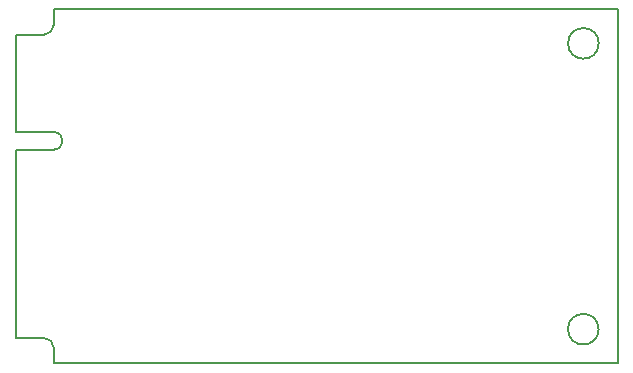
<source format=gm1>
G04*
G04 #@! TF.GenerationSoftware,Altium Limited,Altium Designer,19.0.4 (130)*
G04*
G04 Layer_Color=16711935*
%FSLAX25Y25*%
%MOIN*%
G70*
G01*
G75*
%ADD87C,0.00500*%
D87*
X12601Y5286D02*
G03*
X9451Y8435I-3150J0D01*
G01*
Y109616D02*
G03*
X12601Y112766I0J3150D01*
G01*
X12601Y71254D02*
G03*
X12787Y77108I17J2929D01*
G01*
X194248Y11391D02*
G03*
X194248Y11391I-5104J0D01*
G01*
X194280Y106664D02*
G03*
X194280Y106664I-5104J0D01*
G01*
X21Y109616D02*
X9451D01*
X21Y77108D02*
Y109616D01*
Y77108D02*
X12787D01*
X0Y8435D02*
Y71254D01*
X12601D01*
X0Y8435D02*
X9451D01*
X12601Y112766D02*
Y118080D01*
X200601D01*
Y0D02*
Y118080D01*
X12601Y0D02*
X200601D01*
X12601D02*
Y5286D01*
M02*

</source>
